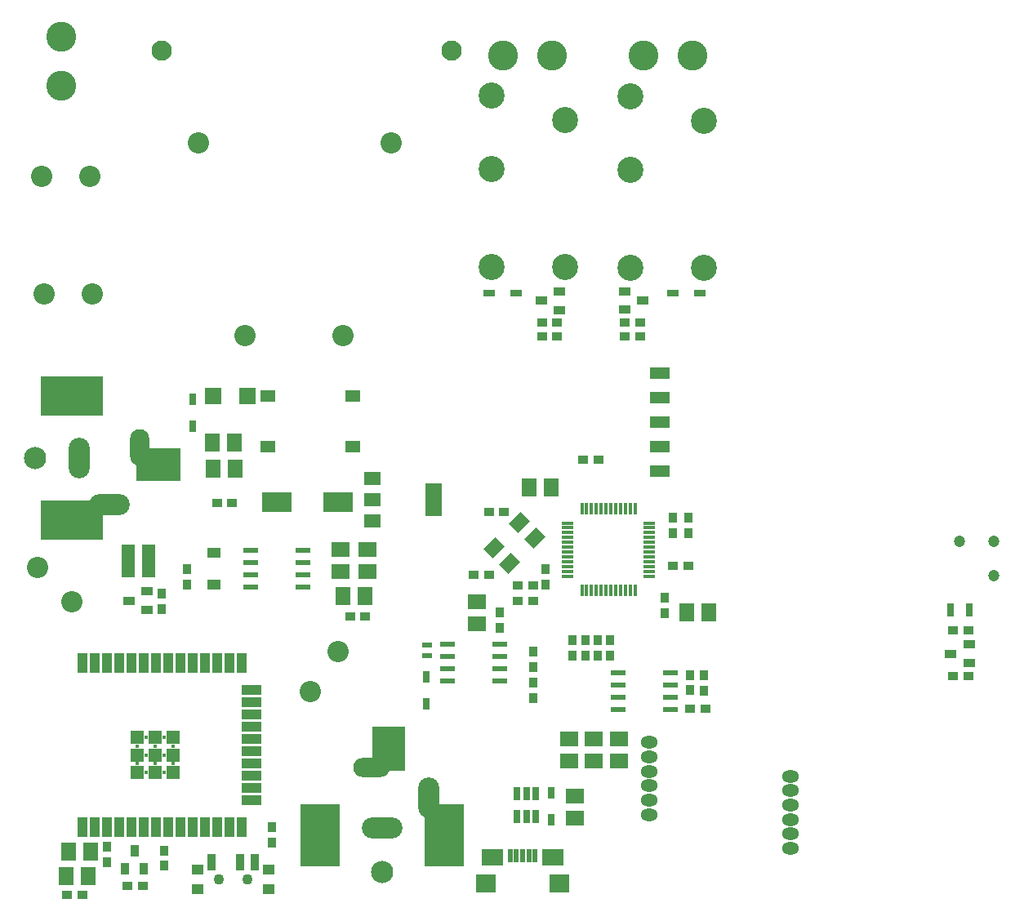
<source format=gts>
G04*
G04 #@! TF.GenerationSoftware,Altium Limited,Altium Designer,22.8.2 (66)*
G04*
G04 Layer_Color=8388736*
%FSLAX25Y25*%
%MOIN*%
G70*
G04*
G04 #@! TF.SameCoordinates,CEF463C0-22AA-4E03-8404-DDFA2DAA14BC*
G04*
G04*
G04 #@! TF.FilePolarity,Negative*
G04*
G01*
G75*
%ADD55R,0.04194X0.03494*%
%ADD56R,0.03494X0.04194*%
%ADD57R,0.02559X0.04528*%
%ADD58R,0.04331X0.02362*%
G04:AMPARAMS|DCode=59|XSize=66.93mil|YSize=53.15mil|CornerRadius=0mil|HoleSize=0mil|Usage=FLASHONLY|Rotation=225.000|XOffset=0mil|YOffset=0mil|HoleType=Round|Shape=Rectangle|*
%AMROTATEDRECTD59*
4,1,4,0.00487,0.04245,0.04245,0.00487,-0.00487,-0.04245,-0.04245,-0.00487,0.00487,0.04245,0.0*
%
%ADD59ROTATEDRECTD59*%

%ADD60R,0.06299X0.02362*%
%ADD61R,0.03937X0.08268*%
%ADD62R,0.08268X0.03937*%
%ADD63R,0.05630X0.05630*%
%ADD64R,0.02756X0.05748*%
%ADD65R,0.05118X0.01575*%
%ADD66R,0.01575X0.05118*%
%ADD67R,0.07099X0.13792*%
%ADD68R,0.07099X0.05524*%
%ADD69R,0.04737X0.03950*%
%ADD70R,0.03556X0.06706*%
%ADD71R,0.04724X0.03543*%
%ADD72R,0.03543X0.04724*%
%ADD73R,0.07874X0.07480*%
%ADD74R,0.08661X0.06693*%
%ADD75R,0.01968X0.05709*%
%ADD76R,0.05512X0.13780*%
%ADD77R,0.08268X0.04724*%
%ADD78R,0.13792X0.18123*%
%ADD79R,0.16154X0.25210*%
%ADD80R,0.25210X0.16154*%
%ADD81R,0.18123X0.13792*%
%ADD82R,0.07099X0.07099*%
%ADD83R,0.03150X0.05512*%
%ADD84R,0.04528X0.02559*%
%ADD85R,0.05197X0.03996*%
%ADD86R,0.07493X0.06312*%
%ADD87R,0.06312X0.07493*%
%ADD88R,0.12205X0.08268*%
%ADD89R,0.06496X0.05118*%
%ADD90C,0.01575*%
%ADD91C,0.08674*%
%ADD92C,0.04343*%
%ADD93C,0.04737*%
%ADD94C,0.10642*%
%ADD95C,0.08268*%
%ADD96O,0.07087X0.05118*%
%ADD97C,0.12205*%
%ADD98C,0.09068*%
%ADD99O,0.16548X0.08674*%
%ADD100O,0.08674X0.16548*%
%ADD101O,0.14973X0.07887*%
%ADD102O,0.07887X0.14973*%
D55*
X198819Y183071D02*
D03*
X205119D02*
D03*
X394488Y134646D02*
D03*
X388188D02*
D03*
X388189Y116142D02*
D03*
X394489D02*
D03*
X287402Y102756D02*
D03*
X281102D02*
D03*
X51181Y30315D02*
D03*
X57481D02*
D03*
X274015Y161024D02*
D03*
X280315D02*
D03*
X243701Y204331D02*
D03*
X237401D02*
D03*
X210629Y153150D02*
D03*
X216929D02*
D03*
X226772Y254724D02*
D03*
X220472D02*
D03*
X226772Y260236D02*
D03*
X220472D02*
D03*
X254331Y260275D02*
D03*
X260631D02*
D03*
X260630Y254724D02*
D03*
X254330D02*
D03*
X87795Y186614D02*
D03*
X94095D02*
D03*
X26772Y26772D02*
D03*
X33072D02*
D03*
X210547Y146776D02*
D03*
X216847D02*
D03*
X192519Y157480D02*
D03*
X198819D02*
D03*
X142126Y140551D02*
D03*
X148426D02*
D03*
D56*
X66142Y44882D02*
D03*
Y38582D02*
D03*
X75590Y159843D02*
D03*
Y153543D02*
D03*
X286614Y110235D02*
D03*
Y116535D02*
D03*
X233071Y124409D02*
D03*
Y130709D02*
D03*
X238189Y124409D02*
D03*
Y130709D02*
D03*
X243307Y124409D02*
D03*
Y130709D02*
D03*
X65354Y143307D02*
D03*
Y149607D02*
D03*
X110236Y48031D02*
D03*
Y54331D02*
D03*
X42913Y40157D02*
D03*
Y46457D02*
D03*
X248425Y130709D02*
D03*
Y124409D02*
D03*
X216929Y107086D02*
D03*
Y113386D02*
D03*
Y125985D02*
D03*
Y119685D02*
D03*
X203150Y135602D02*
D03*
Y141902D02*
D03*
X281102Y110236D02*
D03*
Y116536D02*
D03*
X222047Y159843D02*
D03*
Y153543D02*
D03*
X270472Y148032D02*
D03*
Y141732D02*
D03*
X280315Y174409D02*
D03*
Y180709D02*
D03*
X274016Y174409D02*
D03*
Y180709D02*
D03*
D57*
X77953Y218110D02*
D03*
Y229134D02*
D03*
X173228Y104724D02*
D03*
Y115748D02*
D03*
X224410Y57480D02*
D03*
Y68504D02*
D03*
D58*
X173622Y124409D02*
D03*
Y128740D02*
D03*
D59*
X207218Y162156D02*
D03*
X217518Y172457D02*
D03*
X201093Y168281D02*
D03*
X211393Y178581D02*
D03*
D60*
X182087Y129154D02*
D03*
X203346Y129154D02*
D03*
Y114154D02*
D03*
Y119153D02*
D03*
Y124153D02*
D03*
X182087Y114154D02*
D03*
Y119153D02*
D03*
Y124153D02*
D03*
X251772Y112343D02*
D03*
Y107343D02*
D03*
Y102342D02*
D03*
X273031Y112343D02*
D03*
Y107343D02*
D03*
Y102342D02*
D03*
Y117342D02*
D03*
X251772Y117342D02*
D03*
X123031Y157343D02*
D03*
Y162343D02*
D03*
Y167342D02*
D03*
X101772Y157343D02*
D03*
Y162343D02*
D03*
Y167342D02*
D03*
Y152342D02*
D03*
X123031Y152342D02*
D03*
D61*
X33071Y54331D02*
D03*
X38071D02*
D03*
X43071D02*
D03*
X48071D02*
D03*
X53071D02*
D03*
X58071D02*
D03*
X63071D02*
D03*
X68071D02*
D03*
X73071D02*
D03*
X78071D02*
D03*
X83071D02*
D03*
X88071D02*
D03*
X93071D02*
D03*
X98071D02*
D03*
Y121260D02*
D03*
X93071D02*
D03*
X88071D02*
D03*
X83071D02*
D03*
X78071D02*
D03*
X73071D02*
D03*
X68071D02*
D03*
X63071D02*
D03*
X58071D02*
D03*
X53071D02*
D03*
X48071D02*
D03*
X43071D02*
D03*
X38071D02*
D03*
X33071D02*
D03*
D62*
X102008Y65295D02*
D03*
Y70295D02*
D03*
Y75295D02*
D03*
Y80295D02*
D03*
Y85295D02*
D03*
Y90295D02*
D03*
Y95295D02*
D03*
Y100295D02*
D03*
Y105295D02*
D03*
Y110295D02*
D03*
D63*
X55374Y76634D02*
D03*
Y83858D02*
D03*
Y91083D02*
D03*
X62598Y76634D02*
D03*
Y83858D02*
D03*
Y91083D02*
D03*
X69823Y76634D02*
D03*
Y83858D02*
D03*
Y91083D02*
D03*
D64*
X217913Y68012D02*
D03*
X214173D02*
D03*
X210433D02*
D03*
Y58760D02*
D03*
X214173D02*
D03*
X217913D02*
D03*
D65*
X230906Y178543D02*
D03*
Y158858D02*
D03*
Y160827D02*
D03*
Y162795D02*
D03*
Y164764D02*
D03*
Y166732D02*
D03*
Y168701D02*
D03*
Y170669D02*
D03*
Y172638D02*
D03*
Y174606D02*
D03*
Y176575D02*
D03*
Y156890D02*
D03*
X264370D02*
D03*
Y158858D02*
D03*
Y160827D02*
D03*
Y162795D02*
D03*
Y164764D02*
D03*
Y166732D02*
D03*
Y168701D02*
D03*
Y170669D02*
D03*
Y172638D02*
D03*
Y174606D02*
D03*
Y176575D02*
D03*
Y178543D02*
D03*
D66*
X236811Y150984D02*
D03*
X256496D02*
D03*
X254528D02*
D03*
X252559D02*
D03*
X250591D02*
D03*
X248622D02*
D03*
X246654D02*
D03*
X244685D02*
D03*
X242717D02*
D03*
X240748D02*
D03*
X238779D02*
D03*
X258465D02*
D03*
X258465Y184449D02*
D03*
X254528D02*
D03*
X252559D02*
D03*
X250590D02*
D03*
X248622D02*
D03*
X246654D02*
D03*
X244685D02*
D03*
X242717D02*
D03*
X240748D02*
D03*
X238779D02*
D03*
X256496D02*
D03*
X236811D02*
D03*
D67*
X176378Y188189D02*
D03*
D68*
X151181Y179528D02*
D03*
Y188189D02*
D03*
Y196850D02*
D03*
D69*
X108858Y28937D02*
D03*
Y37205D02*
D03*
X80118Y28937D02*
D03*
Y37205D02*
D03*
D70*
X103347Y39961D02*
D03*
X97441D02*
D03*
X85630D02*
D03*
D71*
X394843Y128937D02*
D03*
X387402Y125197D02*
D03*
X394843Y121457D02*
D03*
X59232Y143110D02*
D03*
X51791Y146850D02*
D03*
X59232Y150591D02*
D03*
X227736Y265551D02*
D03*
X220295Y269291D02*
D03*
X227736Y273031D02*
D03*
X254154Y273059D02*
D03*
X261595Y269319D02*
D03*
X254154Y265579D02*
D03*
D72*
X50394Y37402D02*
D03*
X54134Y44842D02*
D03*
X57874Y37402D02*
D03*
D73*
X227559Y31496D02*
D03*
X197638D02*
D03*
D74*
X224803Y42234D02*
D03*
X200394D02*
D03*
D75*
X207480Y42717D02*
D03*
X210039D02*
D03*
X212598D02*
D03*
X215158D02*
D03*
X217717D02*
D03*
D76*
X60039Y162992D02*
D03*
X51772D02*
D03*
D77*
X268504Y239685D02*
D03*
Y229685D02*
D03*
Y219685D02*
D03*
Y209685D02*
D03*
Y199685D02*
D03*
D78*
X157874Y86417D02*
D03*
D79*
X180709Y51181D02*
D03*
X129921D02*
D03*
D80*
X28740Y230512D02*
D03*
Y179724D02*
D03*
D81*
X63976Y202559D02*
D03*
D82*
X86221Y230315D02*
D03*
X100394Y230315D02*
D03*
D83*
X394882Y142913D02*
D03*
X387402D02*
D03*
D84*
X274016Y272272D02*
D03*
X285039D02*
D03*
X209842D02*
D03*
X198819D02*
D03*
D85*
X86752Y166266D02*
D03*
Y153372D02*
D03*
D86*
X194095Y146402D02*
D03*
Y137402D02*
D03*
X251969Y81327D02*
D03*
Y90327D02*
D03*
X231496Y81327D02*
D03*
Y90327D02*
D03*
X241732D02*
D03*
Y81327D02*
D03*
X233858Y67098D02*
D03*
Y58098D02*
D03*
X149213Y158886D02*
D03*
Y167886D02*
D03*
X138189Y158886D02*
D03*
Y167886D02*
D03*
D87*
X27220Y44488D02*
D03*
X36220D02*
D03*
X26433Y34252D02*
D03*
X35433D02*
D03*
X224185Y192913D02*
D03*
X215185D02*
D03*
X288752Y142126D02*
D03*
X279752D02*
D03*
X95445Y200787D02*
D03*
X86445D02*
D03*
X95051Y211417D02*
D03*
X86051D02*
D03*
X148425Y148819D02*
D03*
X139425D02*
D03*
D88*
X137402Y187008D02*
D03*
X112205D02*
D03*
D89*
X108661Y209823D02*
D03*
Y230335D02*
D03*
X143307Y209823D02*
D03*
Y230335D02*
D03*
D90*
X55374Y80246D02*
D03*
Y87471D02*
D03*
X58986Y76634D02*
D03*
Y83858D02*
D03*
Y91083D02*
D03*
X62598Y80246D02*
D03*
Y87471D02*
D03*
X66211Y76634D02*
D03*
Y83858D02*
D03*
Y91083D02*
D03*
X69823Y80246D02*
D03*
Y87471D02*
D03*
D91*
X99213Y255118D02*
D03*
X139370D02*
D03*
X80315Y333858D02*
D03*
X159055D02*
D03*
X125984Y109843D02*
D03*
X137275Y125968D02*
D03*
X16142Y320079D02*
D03*
X35827D02*
D03*
X17323Y272047D02*
D03*
X37008D02*
D03*
X14567Y160236D02*
D03*
X28486Y146317D02*
D03*
D92*
X100394Y33071D02*
D03*
X88583D02*
D03*
D93*
X390976Y171229D02*
D03*
X405118D02*
D03*
X405118Y157087D02*
D03*
D94*
X286693Y342835D02*
D03*
Y282835D02*
D03*
X256693Y352835D02*
D03*
Y322835D02*
D03*
Y282835D02*
D03*
X229921Y342913D02*
D03*
Y282913D02*
D03*
X199921Y352913D02*
D03*
Y322913D02*
D03*
Y282913D02*
D03*
D95*
X65354Y371260D02*
D03*
X183465D02*
D03*
D96*
X264173Y59449D02*
D03*
Y65354D02*
D03*
Y71260D02*
D03*
Y77165D02*
D03*
Y83071D02*
D03*
Y88976D02*
D03*
X322047Y75197D02*
D03*
Y69291D02*
D03*
Y63386D02*
D03*
Y57480D02*
D03*
Y51575D02*
D03*
Y45669D02*
D03*
D97*
X204724Y369291D02*
D03*
X224724D02*
D03*
X261811D02*
D03*
X281811D02*
D03*
X24409Y377087D02*
D03*
Y357087D02*
D03*
D98*
X155315Y36220D02*
D03*
X13780Y205118D02*
D03*
D99*
X155315Y53937D02*
D03*
X44094Y186221D02*
D03*
D100*
X174213Y66535D02*
D03*
X31496Y205118D02*
D03*
D101*
X150984Y78740D02*
D03*
D102*
X56299Y209449D02*
D03*
M02*

</source>
